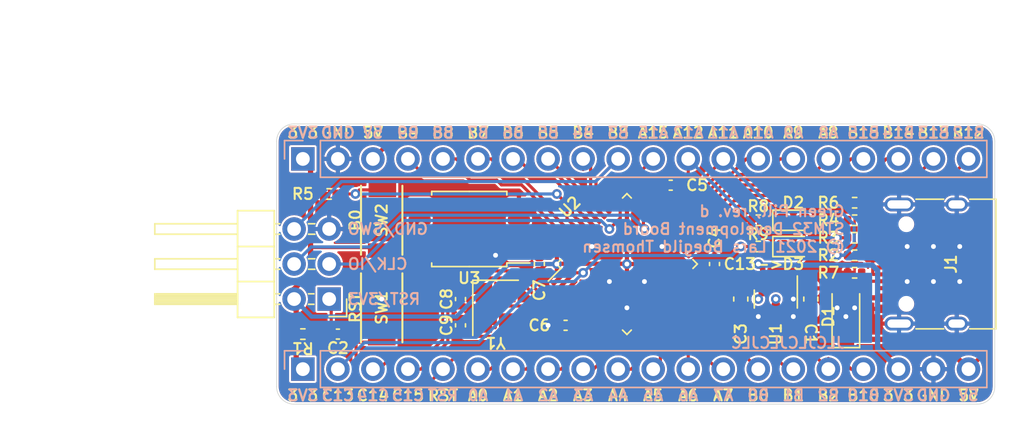
<source format=kicad_pcb>
(kicad_pcb (version 20211014) (generator pcbnew)
  (title_block (title "Green Pill") (rev "d") (company "Lars Boegild Thomsen") (comment 1 "STM32 Development Board") (comment 2 "lbthomsen@gmail.com"))
  (layers (0 "F.Cu" signal) (31 "B.Cu" signal) (34 "B.Paste" user) (35 "F.Paste" user) (36 "B.SilkS" user "B.Silkscreen") (37 "F.SilkS" user "F.Silkscreen") (38 "B.Mask" user) (39 "F.Mask" user) (44 "Edge.Cuts" user))
  (net 0 "")
  (net 1 "GND")
  (net 2 "VBUS")
  (net 3 "+3V3")
  (net 4 "C15")
  (net 5 "C14")
  (net 6 "C13")
  (net 7 "B9")
  (net 8 "B8")
  (net 9 "B0")
  (net 10 "B7")
  (net 11 "B6")
  (net 12 "B5")
  (net 13 "B3")
  (net 14 "A15")
  (net 15 "A12")
  (net 16 "A11")
  (net 17 "A10")
  (net 18 "A9")
  (net 19 "A8")
  (net 20 "B15")
  (net 21 "B14")
  (net 22 "B13")
  (net 23 "B12")
  (net 24 "B10")
  (net 25 "B1")
  (net 26 "A7")
  (net 27 "A6")
  (net 28 "A5")
  (net 29 "A4")
  (net 30 "A3")
  (net 31 "A2")
  (net 32 "A1")
  (net 33 "A0")
  (net 34 "BO0")
  (net 35 "B4")
  (net 36 "SWCLK")
  (net 37 "SWDIO")
  (net 38 "RST")
  (net 39 "Net-(D2-Pad1)")
  (net 40 "Net-(D3-Pad1)")
  (net 41 "Net-(J1-PadB8)")
  (net 42 "Net-(J1-PadA5)")
  (net 43 "Net-(J1-PadA8)")
  (net 44 "Net-(J1-PadB5)")
  (net 45 "+5V")
  (net 46 "Net-(J1-PadA7)")
  (net 47 "Net-(J1-PadA6)")
  (net 48 "B2")
  (net 49 "Net-(C8-Pad1)")
  (net 50 "Net-(C9-Pad1)")
  (net 51 "Net-(U2-Pad22)")
  (net 52 "Net-(U3-Pad7)")
  (net 53 "Net-(U3-Pad3)")
  (footprint "Capacitor_SMD:C_0603_1608Metric" (layer "F.Cu") (at 190.5 104.14 90)
    (fp_text reference "C1")
    (fp_text value "10uF")
  )
  (footprint "LED_SMD:LED_0603_1608Metric" (layer "F.Cu") (at 189.23 98.425)
    (fp_text reference "D2")
    (fp_text value "GRE")
  )
  (footprint "Resistor_SMD:R_0402_1005Metric" (layer "F.Cu") (at 153.67 106.68)
    (fp_text reference "R1")
    (fp_text value "10k")
  )
  (footprint "Resistor_SMD:R_0402_1005Metric" (layer "F.Cu") (at 186.69 100.33 180)
    (fp_text reference "R9")
    (fp_text value "220")
  )
  (footprint "Capacitor_SMD:C_0402_1005Metric" (layer "F.Cu") (at 165.1 104.14 -90)
    (fp_text reference "C8")
    (fp_text value "20pF")
  )
  (footprint "Capacitor_SMD:C_0402_1005Metric" (layer "F.Cu") (at 165.1 106.045 90)
    (fp_text reference "C9")
    (fp_text value "20pF")
  )
  (footprint "Capacitor_SMD:C_0603_1608Metric" (layer "F.Cu") (at 185.42 104.14 -90)
    (fp_text reference "C3")
    (fp_text value "10uF")
  )
  (footprint "LED_SMD:LED_0603_1608Metric" (layer "F.Cu") (at 189.23 100.33)
    (fp_text reference "D3")
    (fp_text value "BLUE")
  )
  (footprint "Resistor_SMD:R_0402_1005Metric" (layer "F.Cu") (at 193.675 102.235 180)
    (fp_text reference "R7")
    (fp_text value "5.1k")
  )
  (footprint "Package_TO_SOT_SMD:SOT-23" (layer "F.Cu") (at 187.96 104.14 -90)
    (fp_text reference "U1")
    (fp_text value "XC6206P332MR")
  )
  (footprint "Capacitor_SMD:C_0402_1005Metric" (layer "F.Cu") (at 170.815 101.6 90)
    (fp_text reference "C7")
    (fp_text value "100nF")
  )
  (footprint "Resistor_SMD:R_0402_1005Metric" (layer "F.Cu") (at 193.675 100.965 180)
    (fp_text reference "R2")
    (fp_text value "22R")
  )
  (footprint "Resistor_SMD:R_0402_1005Metric" (layer "F.Cu") (at 193.675 98.425 180)
    (fp_text reference "R4")
    (fp_text value "1.5k")
  )
  (footprint "Resistor_SMD:R_0402_1005Metric" (layer "F.Cu") (at 193.675 99.695 180)
    (fp_text reference "R3")
    (fp_text value "22R")
  )
  (footprint "Resistor_SMD:R_0402_1005Metric" (layer "F.Cu") (at 186.69 98.425 180)
    (fp_text reference "R8")
    (fp_text value "220")
  )
  (footprint "Capacitor_SMD:C_0402_1005Metric" (layer "F.Cu") (at 183.515 101.6 90)
    (fp_text reference "C4")
    (fp_text value "100nF")
  )
  (footprint "Connector_PinHeader_2.54mm:PinHeader_2x03_P2.54mm_Horizontal" (layer "F.Cu") (at 155.575 104.14 180)
    (fp_text reference "J2" hide)
    (fp_text value "~")
  )
  (footprint "Capacitor_SMD:C_0402_1005Metric" (layer "F.Cu") (at 172.72 106.045 180)
    (fp_text reference "C6")
    (fp_text value "100nF")
  )
  (footprint "Capacitor_SMD:C_0402_1005Metric" (layer "F.Cu") (at 156.21 106.68)
    (fp_text reference "C2")
    (fp_text value "100nF")
  )
  (footprint "greenpill:USB_C_Receptacle_HRO_TYPE-C-31-M-12" (layer "F.Cu") (at 200.025 101.6 90)
    (fp_text reference "J1")
    (fp_text value "USB-C")
  )
  (footprint "Diode_SMD:D_SOD-123" (layer "F.Cu") (at 193.04 105.41 90)
    (fp_text reference "D1")
    (fp_text value "~")
  )
  (footprint "Package_QFP:LQFP-48_7x7mm_P0.5mm" (layer "F.Cu") (at 177.165 101.6 45)
    (fp_text reference "U2")
    (fp_text value "STM32F103CBT6")
  )
  (footprint "Capacitor_SMD:C_0402_1005Metric" (layer "F.Cu") (at 180.34 95.885)
    (fp_text reference "C5")
    (fp_text value "100nF")
  )
  (footprint "Resistor_SMD:R_0402_1005Metric" (layer "F.Cu") (at 193.675 97.155 180)
    (fp_text reference "R6")
    (fp_text value "5.1k")
  )
  (footprint "greenpill:TS-1088R-02526" (layer "F.Cu") (at 159.385 98.425 -90)
    (fp_text reference "SW2")
    (fp_text value "TS-1088R-02526")
  )
  (footprint "greenpill:TS-1088R-02526" (layer "F.Cu") (at 159.385 104.775 -90)
    (fp_text reference "SW1")
    (fp_text value "TS-1088R-02526")
  )
  (footprint "Package_SO:SOIC-8_5.23x5.23mm_P1.27mm" (layer "F.Cu") (at 165.735 99.06 180)
    (fp_text reference "U3")
    (fp_text value "W25Q32JVSS")
  )
  (footprint "Resistor_SMD:R_0402_1005Metric" (layer "F.Cu") (at 155.575 96.52 180)
    (fp_text reference "R5")
    (fp_text value "10k")
  )
  (footprint "Crystal:Crystal_SMD_3225-4Pin_3.2x2.5mm" (layer "F.Cu") (at 167.64 104.775 -90)
    (fp_text reference "Y1")
    (fp_text value "16Mhz")
  )
  (footprint "Connector_PinHeader_2.54mm:PinHeader_1x20_P2.54mm_Vertical" (layer "B.Cu") (at 153.67 93.98 -90)
    (fp_text reference "J4" hide)
    (fp_text value "~")
  )
  (footprint "Connector_PinHeader_2.54mm:PinHeader_1x20_P2.54mm_Vertical" (layer "B.Cu") (at 153.67 109.22 -90)
    (fp_text reference "J3" hide)
    (fp_text value "~")
  )
  (gr_line (start 151.765 110.49) (end 151.765 92.71) (layer "Edge.Cuts") (width 0.05))
  (gr_line (start 203.835 92.71) (end 203.835 110.49) (layer "Edge.Cuts") (width 0.05))
  (gr_arc (start 202.565 91.44) (mid 203.463026 91.811974) (end 203.835 92.71) (layer "Edge.Cuts") (width 0.05))
  (gr_arc (start 151.765 92.71) (mid 152.136974 91.811974) (end 153.035 91.44) (layer "Edge.Cuts") (width 0.05))
  (gr_arc (start 203.835 110.49) (mid 203.463026 111.388026) (end 202.565 111.76) (layer "Edge.Cuts") (width 0.05))
  (gr_arc (start 153.035 111.76) (mid 152.136974 111.388026) (end 151.765 110.49) (layer "Edge.Cuts") (width 0.05))
  (gr_line (start 153.035 91.44) (end 202.565 91.44) (layer "Edge.Cuts") (width 0.05))
  (gr_line (start 202.565 111.76) (end 153.035 111.76) (layer "Edge.Cuts") (width 0.05))
  (gr_text "B13" (at 199.39 92.075) (layer "B.SilkS") (effects (font (size 0.8 0.8)) (justify mirror)))
  (gr_text "B14" (at 196.85 92.075) (layer "B.SilkS") (effects (font (size 0.8 0.8)) (justify mirror)))
  (gr_text "B15" (at 194.31 92.075) (layer "B.SilkS") (effects (font (size 0.8 0.8)) (justify mirror)))
  (gr_text "A8" (at 191.77 92.075) (layer "B.SilkS") (effects (font (size 0.8 0.8)) (justify mirror)))
  (gr_text "A9" (at 189.23 92.075) (layer "B.SilkS") (effects (font (size 0.8 0.8)) (justify mirror)))
  (gr_text "A10" (at 186.69 92.075) (layer "B.SilkS") (effects (font (size 0.8 0.8)) (justify mirror)))
  (gr_text "A11" (at 184.15 92.075) (layer "B.SilkS") (effects (font (size 0.8 0.8)) (justify mirror)))
  (gr_text "A12" (at 181.61 92.075) (layer "B.SilkS") (effects (font (size 0.8 0.8)) (justify mirror)))
  (gr_text "A15" (at 179.07 92.075) (layer "B.SilkS") (effects (font (size 0.8 0.8)) (justify mirror)))
  (gr_text "B3" (at 176.53 92.075) (layer "B.SilkS") (effects (font (size 0.8 0.8)) (justify mirror)))
  (gr_text "B4" (at 173.99 92.075) (layer "B.SilkS") (effects (font (size 0.8 0.8)) (justify mirror)))
  (gr_text "B5" (at 171.45 92.075) (layer "B.SilkS") (effects (font (size 0.8 0.8)) (justify mirror)))
  (gr_text "B6" (at 168.91 92.075) (layer "B.SilkS") (effects (font (size 0.8 0.8)) (justify mirror)))
  (gr_text "B7" (at 166.37 92.075) (layer "B.SilkS") (effects (font (size 0.8 0.8)) (justify mirror)))
  (gr_text "B8" (at 163.83 92.075) (layer "B.SilkS") (effects (font (size 0.8 0.8)) (justify mirror)))
  (gr_text "B9" (at 161.29 92.075) (layer "B.SilkS") (effects (font (size 0.8 0.8)) (justify mirror)))
  (gr_text "5V" (at 158.75 92.075) (layer "B.SilkS") (effects (font (size 0.8 0.8)) (justify mirror)))
  (gr_text "GND" (at 156.21 92.075) (layer "B.SilkS") (effects (font (size 0.8 0.8)) (justify mirror)))
  (gr_text "3V3" (at 153.67 92.075) (layer "B.SilkS") (effects (font (size 0.8 0.8)) (justify mirror)))
  (gr_text "GND" (at 199.39 111.125) (layer "B.SilkS") (effects (font (size 0.8 0.8)) (justify mirror)))
  (gr_text "5V" (at 201.93 111.125) (layer "B.SilkS") (effects (font (size 0.8 0.8)) (justify mirror)))
  (gr_text "3V3" (at 196.85 111.125) (layer "B.SilkS") (effects (font (size 0.8 0.8)) (justify mirror)))
  (gr_text "RST" (at 163.83 111.125) (layer "B.SilkS") (effects (font (size 0.8 0.8)) (justify mirror)))
  (gr_text "B10" (at 194.31 111.125) (layer "B.SilkS") (effects (font (size 0.8 0.8)) (justify mirror)))
  (gr_text "B2" (at 191.77 111.125) (layer "B.SilkS") (effects (font (size 0.8 0.8)) (justify mirror)))
  (gr_text "B1" (at 189.23 111.125) (layer "B.SilkS") (effects (font (size 0.8 0.8)) (justify mirror)))
  (gr_text "B0" (at 186.69 111.125) (layer "B.SilkS") (effects (font (size 0.8 0.8)) (justify mirror)))
  (gr_text "A7" (at 184.15 111.125) (layer "B.SilkS") (effects (font (size 0.8 0.8)) (justify mirror)))
  (gr_text "A6" (at 181.61 111.125) (layer "B.SilkS") (effects (font (size 0.8 0.8)) (justify mirror)))
  (gr_text "A5" (at 179.07 111.125) (layer "B.SilkS") (effects (font (size 0.8 0.8)) (justify mirror)))
  (gr_text "A4" (at 176.53 111.125) (layer "B.SilkS") (effects (font (size 0.8 0.8)) (justify mirror)))
  (gr_text "A3" (at 173.99 111.125) (layer "B.SilkS") (effects (font (size 0.8 0.8)) (justify mirror)))
  (gr_text "A2" (at 171.45 111.125) (layer "B.SilkS") (effects (font (size 0.8 0.8)) (justify mirror)))
  (gr_text "A1" (at 168.91 111.125) (layer "B.SilkS") (effects (font (size 0.8 0.8)) (justify mirror)))
  (gr_text "A0" (at 166.37 111.125) (layer "B.SilkS") (effects (font (size 0.8 0.8)) (justify mirror)))
  (gr_text "C15" (at 161.29 111.125) (layer "B.SilkS") (effects (font (size 0.8 0.8)) (justify mirror)))
  (gr_text "C14" (at 158.75 111.125) (layer "B.SilkS") (effects (font (size 0.8 0.8)) (justify mirror)))
  (gr_text "C13" (at 156.21 111.125) (layer "B.SilkS") (effects (font (size 0.8 0.8)) (justify mirror)))
  (gr_text "3V3" (at 153.67 111.125) (layer "B.SilkS") (effects (font (size 0.8 0.8)) (justify mirror)))
  (gr_text "CLK/IO" (at 156.845 101.6) (layer "B.SilkS") (effects (font (size 0.8 0.8)) (justify right mirror)))
  (gr_text "RST/3V3" (at 156.845 104.14) (layer "B.SilkS") (effects (font (size 0.8 0.8)) (justify right mirror)))
  (gr_text "GND/SWO" (at 156.845 99.06) (layer "B.SilkS") (effects (font (size 0.8 0.8)) (justify right mirror)))
  (gr_text "Green Pill, rev. d\nSTM32 Development Board\n© 2021 Lars Boegild Thomsen" (at 193.04 99.06) (layer "B.SilkS") (effects (font (size 0.8 0.8)) (justify left mirror)))
  (gr_text "JLCJLCJLCJLC" (at 193.04 107.315) (layer "B.SilkS") (effects (font (size 0.8 0.8)) (justify left mirror)))
  (gr_text "B12" (at 201.93 92.075) (layer "B.SilkS") (effects (font (size 0.8 0.8)) (justify mirror)))
  (gr_text "B15" (at 194.31 92.075) (layer "F.SilkS") (effects (font (size 0.8 0.8))))
  (gr_text "B14" (at 196.85 92.075) (layer "F.SilkS") (effects (font (size 0.8 0.8))))
  (gr_text "B13" (at 199.39 92.075) (layer "F.SilkS") (effects (font (size 0.8 0.8))))
  (gr_text "B12" (at 201.93 92.075) (layer "F.SilkS") (effects (font (size 0.8 0.8))))
  (gr_text "A9" (at 189.23 92.075) (layer "F.SilkS") (effects (font (size 0.8 0.8))))
  (gr_text "A10" (at 186.69 92.075) (layer "F.SilkS") (effects (font (size 0.8 0.8))))
  (gr_text "A11" (at 184.15 92.075) (layer "F.SilkS") (effects (font (size 0.8 0.8))))
  (gr_text "A12" (at 181.61 92.075) (layer "F.SilkS") (effects (font (size 0.8 0.8))))
  (gr_text "A15" (at 179.07 92.075) (layer "F.SilkS") (effects (font (size 0.8 0.8))))
  (gr_text "B3" (at 176.53 92.075) (layer "F.SilkS") (effects (font (size 0.8 0.8))))
  (gr_text "B4" (at 173.99 92.075) (layer "F.SilkS") (effects (font (size 0.8 0.8))))
  (gr_text "B5" (at 171.45 92.075) (layer "F.SilkS") (effects (font (size 0.8 0.8))))
  (gr_text "B6" (at 168.91 92.075) (layer "F.SilkS") (effects (font (size 0.8 0.8))))
  (gr_text "B7" (at 166.37 92.075) (layer "F.SilkS") (effects (font (size 0.8 0.8))))
  (gr_text "B8" (at 163.83 92.075) (layer "F.SilkS") (effects (font (size 0.8 0.8))))
  (gr_text "B9" (at 161.29 92.075) (layer "F.SilkS") (effects (font (size 0.8 0.8))))
  (gr_text "3V3" (at 153.67 111.125) (layer "F.SilkS") (effects (font (size 0.8 0.8))))
  (gr_text "C13" (at 156.21 111.125) (layer "F.SilkS") (effects (font (size 0.8 0.8))))
  (gr_text "C14" (at 158.75 111.125) (layer "F.SilkS") (effects (font (size 0.8 0.8))))
  (gr_text "C15" (at 161.29 111.125) (layer "F.SilkS") (effects (font (size 0.8 0.8))))
  (gr_text "A0" (at 166.37 111.125) (layer "F.SilkS") (effects (font (size 0.8 0.8))))
  (gr_text "A1" (at 168.91 111.125) (layer "F.SilkS") (effects (font (size 0.8 0.8))))
  (gr_text "A3" (at 173.99 111.125) (layer "F.SilkS") (effects (font (size 0.8 0.8))))
  (gr_text "A4" (at 176.53 111.125) (layer "F.SilkS") (effects (font (size 0.8 0.8))))
  (gr_text "A5" (at 179.07 111.125) (layer "F.SilkS") (effects (font (size 0.8 0.8))))
  (gr_text "A6" (at 181.61 111.125) (layer "F.SilkS") (effects (font (size 0.8 0.8))))
  (gr_text "A7" (at 184.15 111.125) (layer "F.SilkS") (effects (font (size 0.8 0.8))))
  (gr_text "B0" (at 186.69 111.125) (layer "F.SilkS") (effects (font (size 0.8 0.8))))
  (gr_text "B1" (at 189.23 111.125) (layer "F.SilkS") (effects (font (size 0.8 0.8))))
  (gr_text "B2" (at 191.77 111.125) (layer "F.SilkS") (effects (font (size 0.8 0.8))))
  (gr_text "B10" (at 194.31 111.125) (layer "F.SilkS") (effects (font (size 0.8 0.8))))
  (gr_text "RST" (at 163.83 111.125) (layer "F.SilkS") (effects (font (size 0.8 0.8))))
  (gr_text "3V3" (at 196.85 111.125) (layer "F.SilkS") (effects (font (size 0.8 0.8))))
  (gr_text "5V" (at 201.93 111.125) (layer "F.SilkS") (effects (font (size 0.8 0.8))))
  (gr_text "GND" (at 199.39 111.125) (layer "F.SilkS") (effects (font (size 0.8 0.8))))
  (gr_text "5V" (at 158.75 92.075) (layer "F.SilkS") (effects (font (size 0.8 0.8))))
  (gr_text "GND" (at 156.21 92.075) (layer "F.SilkS") (effects (font (size 0.8 0.8))))
  (gr_text "3V3" (at 153.67 92.075) (layer "F.SilkS") (effects (font (size 0.8 0.8))))
  (gr_text "A2" (at 171.45 111.125) (layer "F.SilkS") (effects (font (size 0.8 0.8))))
  (gr_text "RST" (at 157.48 104.775 90) (layer "F.SilkS") (effects (font (size 0.8 0.8))))
  (gr_text "C13->" (at 188.595 101.6) (layer "F.SilkS") (effects (font (size 0.8 0.8)) (justify right)))
  (gr_text "B0" (at 157.48 98.425 90) (layer "F.SilkS") (effects (font (size 0.8 0.8))))
  (gr_text "A8" (at 191.77 92.075) (layer "F.SilkS") (effects (font (size 0.8 0.8))))
  (via (at 186.69 105.41) (size 0.7) (drill 0.35) (layers "F.Cu" "B.Cu") (net 1))
  (via (at 199.39 102.87) (size 0.7) (drill 0.35) (layers "F.Cu" "B.Cu") (net 1))
  (via (at 201.295 102.87) (size 0.7) (drill 0.35) (layers "F.Cu" "B.Cu") (net 1))
  (via locked (at 197.485 100.33) (size 0.7) (drill 0.35) (layers "F.Cu" "B.Cu") (net 1))
  (via locked (at 179.705 100.33) (size 0.7) (drill 0.35) (layers "F.Cu" "B.Cu") (net 1))
  (via (at 159.385 104.14) (size 0.7) (drill 0.35) (layers "F.Cu" "B.Cu") (net 1))
  (via locked (at 197.485 102.87) (size 0.7) (drill 0.35) (layers "F.Cu" "B.Cu") (net 1))
  (via locked (at 175.895 102.87) (size 0.7) (drill 0.35) (layers "F.Cu" "B.Cu") (net 1))
  (via locked (at 171.45 106.045) (size 0.7) (drill 0.35) (layers "F.Cu" "B.Cu") (net 1))
  (via (at 167.64 100.965) (size 0.7) (drill 0.35) (layers "F.Cu" "B.Cu") (net 1))
  (via (at 201.295 100.33) (size 0.7) (drill 0.35) (layers "F.Cu" "B.Cu") (net 1))
  (via (at 199.39 100.33) (size 0.7) (drill 0.35) (layers "F.Cu" "B.Cu") (net 1))
  (via locked (at 174.625 100.33) (size 0.7) (drill 0.35) (layers "F.Cu" "B.Cu") (net 1))
  (via (at 177.165 104.775) (size 0.7) (drill 0.35) (layers "F.Cu" "B.Cu") (net 1))
  (via locked (at 178.435 102.87) (size 0.7) (drill 0.35) (layers "F.Cu" "B.Cu") (net 1))
  (via (at 189.23 105.41) (size 0.7) (drill 0.35) (layers "F.Cu" "B.Cu") (net 1))
  (via (at 189.23 104.14) (size 0.7) (drill 0.35) (layers "F.Cu" "B.Cu") (net 1))
  (segment (start 197.259321 99.637099) (end 196.772222 99.15) (width 0.381) (layer "F.Cu") (net 2))
  (segment (start 196.772222 99.15) (end 195.98 99.15) (width 0.381) (layer "F.Cu") (net 2))
  (segment (start 197.817593 103.562901) (end 198.28 103.100494) (width 0.381) (layer "F.Cu") (net 2))
  (segment (start 195.98 104.05) (end 193.33 104.05) (width 0.381) (layer "F.Cu") (net 2))
  (segment (start 198.28 100.099506) (end 197.817593 99.637099) (width 0.381) (layer "F.Cu") (net 2))
  (segment (start 198.28 103.100494) (end 198.28 100.099506) (width 0.381) (layer "F.Cu") (net 2))
  (segment (start 195.98 104.05) (end 196.772222 104.05) (width 0.381) (layer "F.Cu") (net 2))
  (segment (start 197.259321 103.562901) (end 197.817593 103.562901) (width 0.381) (layer "F.Cu") (net 2))
  (segment (start 196.772222 104.05) (end 197.259321 103.562901) (width 0.381) (layer "F.Cu") (net 2))
  (segment (start 197.817593 99.637099) (end 197.259321 99.637099) (width 0.381) (layer "F.Cu") (net 2))
  (segment (start 193.33 104.05) (end 193.04 103.76) (width 0.381) (layer "F.Cu") (net 2))
  (via (at 192.405 104.775) (size 0.7) (drill 0.35) (layers "F.Cu" "B.Cu") (net 2))
  (via (at 193.04 105.41) (size 0.7) (drill 0.35) (layers "F.Cu" "B.Cu") (net 2))
  (via (at 193.675 104.775) (size 0.7) (drill 0.35) (layers "F.Cu" "B.Cu") (net 2))
  (segment (start 172.085 101.6) (end 172.085 102.406664) (width 0.3048) (layer "F.Cu") (net 3))
  (segment (start 172.277124 100.601212) (end 172.317124 100.601212) (width 0.3048) (layer "F.Cu") (net 3))
  (segment (start 187.01 101.92) (end 186.69 101.6) (width 0.381) (layer "F.Cu") (net 3))
  (segment (start 172.085 102.406664) (end 172.277124 102.598788) (width 0.3048) (layer "F.Cu") (net 3))
  (segment (start 172.085 101.6) (end 171.3 101.6) (width 0.3048) (layer "F.Cu") (net 3))
  (segment (start 177.165 97.710912) (end 178.163788 96.712124) (width 0.3048) (layer "F.Cu") (net 3))
  (segment (start 173.205 106.045) (end 174.487766 106.045) (width 0.2286) (layer "F.Cu") (net 3))
  (segment (start 154.227901 94.537901) (end 153.67 93.98) (width 0.381) (layer "F.Cu") (net 3))
  (segment (start 153.185 106.68) (end 153.185 108.735) (width 0.381) (layer "F.Cu") (net 3))
  (segment (start 154.227901 102.222099) (end 154.227901 100.407099) (width 0.381) (layer "F.Cu") (net 3))
  (segment (start 153.035 104.14) (end 153.035 103.415) (width 0.381) (layer "F.Cu") (net 3))
  (segment (start 154.227901 100.407099) (end 154.227901 94.537901) (width 0.381) (layer "F.Cu") (net 3))
  (segment (start 153.035 103.415) (end 154.227901 102.222099) (width 0.381) (layer "F.Cu") (net 3))
  (segment (start 178.990912 95.885) (end 178.163788 96.712124) (width 0.3048) (layer "F.Cu") (net 3))
  (segment (start 182.806588 103.3525) (end 182.052876 102.598788) (width 0.3048) (layer "F.Cu") (net 3))
  (segment (start 177.165 103.367766) (end 175.105551 105.427215) (width 0.3048) (layer "F.Cu") (net 3))
  (segment (start 177.165 101.6) (end 177.165 97.710912) (width 0.3048) (layer "F.Cu") (net 3))
  (segment (start 193.165 98.425) (end 190.0175 98.425) (width 0.2286) (layer "F.Cu") (net 3))
  (segment (start 190.0175 98.425) (end 190.0175 100.33) (width 0.2286) (layer "F.Cu") (net 3))
  (segment (start 183.515 102.085) (end 182.566664 102.085) (width 0.3048) (layer "F.Cu") (net 3))
  (segment (start 189.5 101.6) (end 190.0175 101.0825) (width 0.2286) (layer "F.Cu") (net 3))
  (segment (start 172.105 101.58) (end 177.145 101.58) (width 0.3048) (layer "F.Cu") (net 3))
  (segment (start 172.085 101.6) (end 172.085 100.793336) (width 0.3048) (layer "F.Cu") (net 3))
  (segment (start 177.145 101.58) (end 177.165 101.6) (width 0.3048) (layer "F.Cu") (net 3))
  (segment (start 177.165 101.6) (end 177.165 103.367766) (width 0.3048) (layer "F.Cu") (net 3))
  (segment (start 187.01 103.14) (end 187.01 101.92) (width 0.381) (layer "F.Cu") (net 3))
  (segment (start 174.487766 106.045) (end 175.105551 105.427215) (width 0.2286) (layer "F.Cu") (net 3))
  (segment (start 153.185 108.735) (end 153.67 109.22) (width 0.381) (layer "F.Cu") (net 3))
  (segment (start 154.227901 100.407099) (end 159.167099 100.407099) (width 0.2286) (layer "F.Cu") (net 3))
  (segment (start 179.855 95.885) (end 178.990912 95.885) (width 0.3048) (layer "F.Cu") (net 3))
  (segment (start 186.69 101.6) (end 189.5 101.6) (width 0.2286) (layer "F.Cu") (net 3))
  (segment (start 185.6325 103.14) (end 185.42 103.3525) (width 0.381) (layer "F.Cu") (net 3))
  (segment (start 182.052876 102.598788) (end 181.054088 101.6) (width 0.3048) (layer "F.Cu") (net 3))
  (segment (start 181.054088 101.6) (end 177.165 101.6) (width 0.3048) (layer "F.Cu") (net 3))
  (segment (start 172.085 100.793336) (end 172.277124 100.601212) (width 0.3048) (layer "F.Cu") (net 3))
  (segment (start 171.3 101.6) (end 170.815 102.085) (width 0.3048) (layer "F.Cu") (net 3))
  (segment (start 172.105 101.58) (end 172.085 101.6) (width 0.3048) (layer "F.Cu") (net 3))
  (segment (start 153.185 106.68) (end 153.185 104.29) (width 0.381) (layer "F.Cu") (net 3))
  (segment (start 187.01 103.14) (end 185.6325 103.14) (width 0.381) (layer "F.Cu") (net 3))
  (segment (start 153.185 104.29) (end 153.035 104.14) (width 0.381) (layer "F.Cu") (net 3))
  (segment (start 159.167099 100.407099) (end 159.385 100.625) (width 0.2286) (layer "F.Cu") (net 3))
  (segment (start 190.0175 101.0825) (end 190.0175 100.33) (width 0.2286) (layer "F.Cu") (net 3))
  (segment (start 182.566664 102.085) (end 182.052876 102.598788) (width 0.3048) (layer "F.Cu") (net 3))
  (segment (start 185.42 103.3525) (end 182.806588 103.3525) (width 0.3048) (layer "F.Cu") (net 3))
  (via locked (at 172.085 101.6) (size 0.7) (drill 0.35) (layers "F.Cu" "B.Cu") (net 3))
  (via (at 186.69 101.6) (size 0.7) (drill 0.35) (layers "F.Cu" "B.Cu") (net 3))
  (via (at 186.69 104.14) (size 0.7) (drill 0.35) (layers "F.Cu" "B.Cu") (net 3))
  (via locked (at 177.165 101.6) (size 0.7) (drill 0.35) (layers "F.Cu" "B.Cu") (net 3))
  (segment (start 154.305 105.41) (end 153.035 104.14) (width 0.3048) (layer "B.Cu") (net 3))
  (segment (start 186.69 101.6) (end 186.77 101.68) (width 0.381) (layer "B.Cu") (net 3))
  (segment (start 195.34 107.71) (end 196.85 109.22) (width 0.381) (layer "B.Cu") (net 3))
  (segment (start 194.95 101.68) (end 195.34 102.07) (width 0.381) (layer "B.Cu") (net 3))
  (segment (start 172.085 101.6) (end 168.609106 101.6) (width 0.3048) (layer "B.Cu") (net 3))
  (segment (start 164.799106 105.41) (end 161.29 105.41) (width 0.3048) (layer "B.Cu") (net 3))
  (segment (start 161.29 105.41) (end 154.305 105.41) (width 0.3048) (layer "B.Cu") (net 3))
  (segment (start 195.34 102.07) (end 195.34 107.71) (width 0.381) (layer "B.Cu") (net 3))
  (segment (start 186.77 101.68) (end 194.95 101.68) (width 0.381) (layer "B.Cu") (net 3))
  (segment (start 168.609106 101.6) (end 164.799106 105.41) (width 0.3048) (layer "B.Cu") (net 3))
  (segment (start 164.802379 102.611011) (end 164.180511 103.232879) (width 0.2286) (layer "F.Cu") (net 4))
  (segment (start 164.180511 103.232879) (end 164.180511 107.257612) (width 0.2286) (layer "F.Cu") (net 4))
  (segment (start 162.218123 109.22) (end 161.29 109.22) (width 0.2286) (layer "F.Cu") (net 4))
  (segment (start 173.337785 103.659449) (end 172.80068 104.196554) (width 0.2286) (layer "F.Cu") (net 4))
  (segment (start 172.80068 104.196554) (end 170.791616 104.196554) (width 0.2286) (layer "F.Cu") (net 4))
  (segment (start 164.180511 107.257612) (end 162.218123 109.22) (width 0.2286) (layer "F.Cu") (net 4))
  (segment (start 169.206073 102.611011) (end 164.802379 102.611011) (width 0.2286) (layer "F.Cu") (net 4))
  (segment (start 170.791616 104.196554) (end 169.206073 102.611011) (width 0.2286) (layer "F.Cu") (net 4))
  (segment (start 159.197422 109.22) (end 158.75 109.22) (width 0.2286) (layer "F.Cu") (net 5))
  (segment (start 160.317422 108.1) (end 159.197422 109.22) (width 0.2286) (layer "F.Cu") (net 5))
  (segment (start 163.8 107.1) (end 162.8 108.1) (width 0.2286) (layer "F.Cu") (net 5))
  (segment (start 170.949433 103.815543) (end 169.231171 102.09728) (width 0.2286) (layer "F.Cu") (net 5))
  (segment (start 172.984231 103.305895) (end 172.474583 103.815543) (width 0.2286) (layer "F.Cu") (net 5))
  (segment (start 172.474583 103.815543) (end 170.949433 103.815543) (width 0.2286) (layer "F.Cu") (net 5))
  (segment (start 164.77728 102.09728) (end 163.8 103.07456) (width 0.2286) (layer "F.Cu") (net 5))
  (segment (start 163.8 103.07456) (end 163.8 107.1) (width 0.2286) (layer "F.Cu") (net 5))
  (segment (start 162.8 108.1) (end 160.317422 108.1) (width 0.2286) (layer "F.Cu") (net 5))
  (segment (start 169.231171 102.09728) (end 164.77728 102.09728) (width 0.2286) (layer "F.Cu") (net 5))
  (segment (start 173.34802 102.235) (end 173.99 102.235) (width 0.2286) (layer "F.Cu") (net 6))
  (segment (start 186.205 100.33) (end 185.42 100.33) (width 0.2286) (layer "F.Cu") (net 6))
  (segment (start 172.630678 102.952342) (end 173.34802 102.235) (width 0.2286) (layer "F.Cu") (net 6))
  (via locked (at 185.42 100.33) (size 0.7) (drill 0.35) (layers "F.Cu" "B.Cu") (net 6))
  (via locked (at 173.99 102.235) (size 0.7) (drill 0.35) (layers "F.Cu" "B.Cu") (net 6))
  (segment (start 170.833402 102.87) (end 166.406701 107.296701) (width 0.2286) (layer "B.Cu") (net 6))
  (segment (start 175.241701 100.983299) (end 184.766701 100.983299) (width 0.2286) (layer "B.Cu") (net 6))
  (segment (start 173.99 102.235) (end 175.241701 100.983299) (width 0.2286) (layer "B.Cu") (net 6))
  (segment (start 173.355 102.87) (end 173.99 102.235) (width 0.2286) (layer "B.Cu") (net 6))
  (segment (start 158.133299 107.296701) (end 156.21 109.22) (width 0.2286) (layer "B.Cu") (net 6))
  (segment (start 184.766701 100.983299) (end 185.42 100.33) (width 0.2286) (layer "B.Cu") (net 6))
  (segment (start 170.833402 102.87) (end 173.355 102.87) (width 0.2286) (layer "B.Cu") (net 6))
  (segment (start 158.133299 107.296701) (end 166.406701 107.296701) (width 0.2286) (layer "B.Cu") (net 6))
  (segment (start 168.070001 95.859999) (end 167.730002 95.52) (width 0.2286) (layer "F.Cu") (net 7))
  (segment (start 162.5 95.19) (end 161.29 93.98) (width 0.2286) (layer "F.Cu") (net 7))
  (segment (start 170.847563 97.187563) (end 169.519999 95.859999) (width 0.2286) (layer "F.Cu") (net 7))
  (segment (start 169.519999 95.859999) (end 168.070001 95.859999) (width 0.2286) (layer "F.Cu") (net 7))
  (segment (start 172.984231 99.894105) (end 170.847563 97.757437) (width 0.2286) (layer "F.Cu") (net 7))
  (segment (start 165.790002 95.52) (end 165.460002 95.19) (width 0.2286) (layer "F.Cu") (net 7))
  (segment (start 165.460002 95.19) (end 162.5 95.19) (width 0.2286) (layer "F.Cu") (net 7))
  (segment (start 167.730002 95.52) (end 165.790002 95.52) (width 0.2286) (layer "F.Cu") (net 7))
  (segment (start 170.847563 97.757437) (end 170.847563 97.187563) (width 0.2286) (layer "F.Cu") (net 7))
  (segment (start 165.917821 95.108989) (end 164.78883 93.98) (width 0.2286) (layer "F.Cu") (net 8))
  (segment (start 171.228574 97.029744) (end 169.677818 95.478988) (width 0.2286) (layer "F.Cu") (net 8))
  (segment (start 171.228574 97.43134) (end 171.228574 97.029744) (width 0.2286) (layer "F.Cu") (net 8))
  (segment (start 164.78883 93.98) (end 163.83 93.98) (width 0.2286) (layer "F.Cu") (net 8))
  (segment (start 167.907819 95.108989) (end 165.917821 95.108989) (width 0.2286) (layer "F.Cu") (net 8))
  (segment (start 168.277819 95.478989) (end 167.907819 95.108989) (width 0.2286) (layer "F.Cu") (net 8))
  (segment (start 173.337785 99.540551) (end 171.228574 97.43134) (width 0.2286) (layer "F.Cu") (net 8))
  (segment (start 169.677818 95.478988) (end 168.277819 95.478989) (width 0.2286) (layer "F.Cu") (net 8))
  (segment (start 179.931555 104.720109) (end 183.054479 107.843033) (width 0.2286) (layer "F.Cu") (net 9))
  (segment (start 183.054479 107.843033) (end 185.313033 107.843033) (width 0.2286) (layer "F.Cu") (net 9))
  (segment (start 185.313033 107.843033) (end 186.69 109.22) (width 0.2286) (layer "F.Cu") (net 9))
  (segment (start 171.920318 95.477978) (end 170.215638 95.477978) (width 0.2286) (layer "F.Cu") (net 10))
  (segment (start 169.835636 95.097978) (end 168.435638 95.097978) (width 0.2286) (layer "F.Cu") (net 10))
  (segment (start 174.044891 98.833445) (end 173.220723 98.009277) (width 0.2286) (layer "F.Cu") (net 10))
  (segment (start 168.435638 95.097978) (end 167.31766 93.98) (width 0.2286) (layer "F.Cu") (net 10))
  (segment (start 167.31766 93.98) (end 166.37 93.98) (width 0.2286) (layer "F.Cu") (net 10))
  (segment (start 173.220723 96.778383) (end 171.920318 95.477978) (width 0.2286) (layer "F.Cu") (net 10))
  (segment (start 170.215638 95.477978) (end 169.835636 95.097978) (width 0.2286) (layer "F.Cu") (net 10))
  (segment (start 173.220723 98.009277) (end 173.220723 96.778383) (width 0.2286) (layer "F.Cu") (net 10))
  (segment (start 174.398445 98.479891) (end 173.601734 97.68318) (width 0.2286) (layer "F.Cu") (net 11))
  (segment (start 173.601734 97.68318) (end 173.601734 96.620564) (width 0.2286) (layer "F.Cu") (net 11))
  (segment (start 172.078137 95.096967) (end 170.373456 95.096967) (width 0.2286) (layer "F.Cu") (net 11))
  (segment (start 169.256489 93.98) (end 168.91 93.98) (width 0.2286) (layer "F.Cu") (net 11))
  (segment (start 173.601734 96.620564) (end 172.078137 95.096967) (width 0.2286) (layer "F.Cu") (net 11))
  (segment (start 170.373456 95.096967) (end 169.256489 93.98) (width 0.2286) (layer "F.Cu") (net 11))
  (segment (start 171.45 93.98) (end 171.5 93.98) (width 0.2286) (layer "F.Cu") (net 12))
  (segment (start 173.982745 96.462745) (end 173.982745 97.357085) (width 0.2286) (layer "F.Cu") (net 12))
  (segment (start 171.45 93.98) (end 172.13532 93.98) (width 0.2286) (layer "F.Cu") (net 12))
  (segment (start 171.5 93.98) (end 173.982745 96.462745) (width 0.2286) (layer "F.Cu") (net 12))
  (segment (start 173.982745 97.357085) (end 174.751998 98.126338) (width 0.2286) (layer "F.Cu") (net 12))
  (segment (start 174.922 96.882126) (end 174.922 95.588) (width 0.2286) (layer "F.Cu") (net 13))
  (segment (start 175.459105 97.419231) (end 174.922 96.882126) (width 0.2286) (layer "F.Cu") (net 13))
  (segment (start 176.53 93.98) (end 176.53 94.615) (width 0.2286) (layer "F.Cu") (net 13))
  (segment (start 174.922 95.588) (end 176.53 93.98) (width 0.2286) (layer "F.Cu") (net 13))
  (segment (start 174.89 95.62) (end 156.475 95.62) (width 0.2286) (layer "B.Cu") (net 13))
  (segment (start 156.475 95.62) (end 153.035 99.06) (width 0.2286) (layer "B.Cu") (net 13))
  (segment (start 176.53 93.98) (end 174.89 95.62) (width 0.2286) (layer "B.Cu") (net 13))
  (segment (start 175.812658 97.065678) (end 175.812658 96.947888) (width 0.2286) (layer "F.Cu") (net 14))
  (segment (start 177.953299 95.096701) (end 179.07 93.98) (width 0.2286) (layer "F.Cu") (net 14))
  (segment (start 175.303011 96.155155) (end 176.361465 95.096701) (width 0.2286) (layer "F.Cu") (net 14))
  (segment (start 176.361465 95.096701) (end 177.953299 95.096701) (width 0.2286) (layer "F.Cu") (net 14))
  (segment (start 178.478011 94.571989) (end 179.07 93.98) (width 0.2286) (layer "F.Cu") (net 14))
  (segment (start 175.812658 96.947888) (end 175.303011 96.438241) (width 0.2286) (layer "F.Cu") (net 14))
  (segment (start 175.303011 96.438241) (end 175.303011 96.155155) (width 0.2286) (layer "F.Cu") (net 14))
  (segment (start 182.131026 93.98) (end 181.61 93.98) (width 0.2286) (layer "F.Cu") (net 15))
  (segment (start 181.144072 96.47171) (end 181.61 96.005782) (width 0.2286) (layer "F.Cu") (net 15))
  (segment (start 181.61 96.005782) (end 181.61 93.98) (width 0.2286) (layer "F.Cu") (net 15))
  (segment (start 193.19 99.695) (end 192.405 99.695) (width 0.2286) (layer "F.Cu") (net 15))
  (segment (start 179.224449 97.772785) (end 180.525524 96.47171) (width 0.2286) (layer "F.Cu") (net 15))
  (segment (start 181.61 93.98) (end 181.730782 93.98) (width 0.2286) (layer "F.Cu") (net 15))
  (segment (start 180.525524 96.47171) (end 181.144072 96.47171) (width 0.2286) (layer "F.Cu") (net 15))
  (via locked (at 192.405 99.695) (size 0.7) (drill 0.35) (layers "F.Cu" "B.Cu") (net 15))
  (segment (start 187.325 99.695) (end 181.61 93.98) (width 0.2286) (layer "B.Cu") (net 15))
  (segment (start 192.405 99.695) (end 187.325 99.695) (width 0.2286) (layer "B.Cu") (net 15))
  (segment (start 193.19 100.965) (end 192.405 100.965) (width 0.2286) (layer "F.Cu") (net 16))
  (segment (start 184.15 94.004612) (end 184.15 93.98) (width 0.2286) (layer "F.Cu") (net 16))
  (segment (start 181.301891 96.852721) (end 184.15 94.004612) (width 0.2286) (layer "F.Cu") (net 16))
  (segment (start 179.578002 98.126338) (end 180.851619 96.852721) (width 0.2286) (layer "F.Cu") (net 16))
  (segment (start 180.851619 96.852721) (end 181.301891 96.852721) (width 0.2286) (layer "F.Cu") (net 16))
  (segment (start 183.896 94.234) (end 184.15 93.98) (width 0.2286) (layer "F.Cu") (net 16))
  (via locked (at 192.405 100.965) (size 0.7) (drill 0.35) (layers "F.Cu" "B.Cu") (net 16))
  (segment (start 192.899974 100.965) (end 193.641011 100.223963) (width 0.2286) (layer "B.Cu") (net 16))
  (segment (start 193.641011 100.223963) (end 193.641011 98.748293) (width 0.2286) (layer "B.Cu") (net 16))
  (segment (start 192.701017 97.808299) (end 187.978299 97.808299) (width 0.2286) (layer "B.Cu") (net 16))
  (segment (start 192.405 100.965) (end 192.899974 100.965) (width 0.2286) (layer "B.Cu") (net 16))
  (segment (start 193.641011 98.748293) (end 192.701017 97.808299) (width 0.2286) (layer "B.Cu") (net 16))
  (segment (start 187.978299 97.808299) (end 184.15 93.98) (width 0.2286) (layer "B.Cu") (net 16))
  (segment (start 185.81702 93.98) (end 186.69 93.98) (width 0.2286) (layer "F.Cu") (net 17))
  (segment (start 181.173468 97.237978) (end 181.62781 97.237978) (width 0.2286) (layer "F.Cu") (net 17))
  (segment (start 184.700317 95.096701) (end 185.81702 93.98) (width 0.2286) (layer "F.Cu") (net 17))
  (segment (start 183.769087 95.096701) (end 184.700317 95.096701) (width 0.2286) (layer "F.Cu") (net 17))
  (segment (start 181.62781 97.237978) (end 183.769087 95.096701) (width 0.2286) (layer "F.Cu") (net 17))
  (segment (start 179.931555 98.479891) (end 181.173468 97.237978) (width 0.2286) (layer "F.Cu") (net 17))
  (segment (start 181.785629 97.618989) (end 183.926906 95.477712) (width 0.2286) (layer "F.Cu") (net 18))
  (segment (start 185.230904 95.104944) (end 187.150901 95.104944) (width 0.2286) (layer "F.Cu") (net 18))
  (segment (start 180.285109 98.833445) (end 181.499565 97.618989) (width 0.2286) (layer "F.Cu") (net 18))
  (segment (start 183.926906 95.477712) (end 184.858136 95.477712) (width 0.2286) (layer "F.Cu") (net 18))
  (segment (start 184.858136 95.477712) (end 185.230904 95.104944) (width 0.2286) (layer "F.Cu") (net 18))
  (segment (start 181.499565 97.618989) (end 181.785629 97.618989) (width 0.2286) (layer "F.Cu") (net 18))
  (segment (start 187.150901 95.104944) (end 188.27585 93.98) (width 0.2286) (layer "F.Cu") (net 18))
  (segment (start 188.27585 93.98) (end 189.23 93.98) (width 0.2286) (layer "F.Cu") (net 18))
  (segment (start 184.084725 95.858723) (end 185.015955 95.858723) (width 0.2286) (layer "F.Cu") (net 19))
  (segment (start 180.75645 99.186998) (end 184.084725 95.858723) (width 0.2286) (layer "F.Cu") (net 19))
  (segment (start 180.638662 99.186998) (end 180.75645 99.186998) (width 0.2286) (layer "F.Cu") (net 19))
  (segment (start 187.308721 95.485955) (end 187.678719 95.115958) (width 0.2286) (layer "F.Cu") (net 19))
  (segment (start 185.015955 95.858723) (end 185.388723 95.485955) (width 0.2286) (layer "F.Cu") (net 19))
  (segment (start 185.388723 95.485955) (end 187.308721 95.485955) (width 0.2286) (layer "F.Cu") (net 19))
  (segment (start 187.678719 95.115958) (end 190.634042 95.115958) (width 0.2286) (layer "F.Cu") (net 19))
  (segment (start 190.634042 95.115958) (end 191.77 93.98) (width 0.2286) (layer "F.Cu") (net 19))
  (segment (start 191.886221 95.496969) (end 193.403192 93.98) (width 0.2286) (layer "F.Cu") (net 20))
  (segment (start 193.403192 93.98) (end 194.31 93.98) (width 0.2286) (layer "F.Cu") (net 20))
  (segment (start 187.466541 95.866966) (end 187.836538 95.496969) (width 0.2286) (layer "F.Cu") (net 20))
  (segment (start 187.836538 95.496969) (end 191.886221 95.496969) (width 0.2286) (layer "F.Cu") (net 20))
  (segment (start 180.992215 99.540551) (end 184.293032 96.239734) (width 0.2286) (layer "F.Cu") (net 20))
  (segment (start 184.293032 96.239734) (end 185.173774 96.239734) (width 0.2286) (layer "F.Cu") (net 20))
  (segment (start 185.173774 96.239734) (end 185.546542 95.866966) (width 0.2286) (layer "F.Cu") (net 20))
  (segment (start 185.546542 95.866966) (end 187.466541 95.866966) (width 0.2286) (layer "F.Cu") (net 20))
  (segment (start 195.962718 93.98) (end 194.846017 95.0967) (width 0.2286) (layer "F.Cu") (net 21))
  (segment (start 192.04404 95.87798) (end 187.994357 95.87798) (width 0.2286) (layer "F.Cu") (net 21))
  (segment (start 194.846017 95.0967) (end 192.82532 95.0967) (width 0.2286) (layer "F.Cu") (net 21))
  (segment (start 185.331593 96.620745) (end 184.619129 96.620745) (width 0.2286) (layer "F.Cu") (net 21))
  (segment (start 196.85 93.98) (end 195.962718 93.98) (width 0.2286) (layer "F.Cu") (net 21))
  (segment (start 187.624358 96.247979) (end 185.704359 96.247979) (width 0.2286) (layer "F.Cu") (net 21))
  (segment (start 192.82532 95.0967) (end 192.04404 95.87798) (width 0.2286) (layer "F.Cu") (net 21))
  (segment (start 184.619129 96.620745) (end 181.345769 99.894105) (width 0.2286) (layer "F.Cu") (net 21))
  (segment (start 185.704359 96.247979) (end 185.331593 96.620745) (width 0.2286) (layer "F.Cu") (net 21))
  (segment (start 187.994357 95.87798) (end 187.624358 96.247979) (width 0.2286) (layer "F.Cu") (net 21))
  (segment (start 192.983139 95.477711) (end 192.201859 96.258991) (width 0.2286) (layer "F.Cu") (net 22))
  (segment (start 199.39 93.98) (end 198.273299 95.096701) (width 0.2286) (layer "F.Cu") (net 22))
  (segment (start 184.945224 97.001756) (end 181.699322 100.247658) (width 0.2286) (layer "F.Cu") (net 22))
  (segment (start 185.862178 96.62899) (end 185.489412 97.001756) (width 0.2286) (layer "F.Cu") (net 22))
  (segment (start 187.782178 96.62899) (end 185.862178 96.62899) (width 0.2286) (layer "F.Cu") (net 22))
  (segment (start 185.489412 97.001756) (end 184.945224 97.001756) (width 0.2286) (layer "F.Cu") (net 22))
  (segment (start 195.384847 95.096701) (end 195.003836 95.477711) (width 0.2286) (layer "F.Cu") (net 22))
  (segment (start 188.152177 96.258991) (end 187.782178 96.62899) (width 0.2286) (layer "F.Cu") (net 22))
  (segment (start 198.273299 95.096701) (end 195.384847 95.096701) (width 0.2286) (layer "F.Cu") (net 22))
  (segment (start 195.003836 95.477711) (end 192.983139 95.477711) (width 0.2286) (layer "F.Cu") (net 22))
  (segment (start 192.201859 96.258991) (end 188.152177 96.258991) (width 0.2286) (layer "F.Cu") (net 22))
  (segment (start 187.939998 97.009999) (end 186.019999 97.009999) (width 0.2286) (layer "F.Cu") (net 23))
  (segment (start 185.647231 97.382767) (end 185.271321 97.382767) (width 0.2286) (layer "F.Cu") (net 23))
  (segment (start 195.542666 95.477712) (end 195.161655 95.858721) (width 0.2286) (layer "F.Cu") (net 23))
  (segment (start 200.432288 95.477712) (end 195.542666 95.477712) (width 0.2286) (layer "F.Cu") (net 23))
  (segment (start 201.93 93.98) (end 200.432288 95.477712) (width 0.2286) (layer "F.Cu") (net 23))
  (segment (start 185.271321 97.382767) (end 182.052876 100.601212) (width 0.2286) (layer "F.Cu") (net 23))
  (segment (start 185.647231 97.382767) (end 186.019999 97.009999) (width 0.2286) (layer "F.Cu") (net 23))
  (segment (start 193.140958 95.858721) (end 192.356649 96.643031) (width 0.2286) (layer "F.Cu") (net 23))
  (segment (start 195.161655 95.858721) (end 193.140958 95.858721) (width 0.2286) (layer "F.Cu") (net 23))
  (segment (start 188.306967 96.643031) (end 187.939998 97.009999) (width 0.2286) (layer "F.Cu") (net 23))
  (segment (start 192.356649 96.643031) (end 188.306967 96.643031) (width 0.2286) (layer "F.Cu") (net 23))
  (segment (start 191.927819 108.05899) (end 191.24399 108.05899) (width 0.2286) (layer "F.Cu") (net 24))
  (segment (start 188.162209 107.517209) (end 187.345 106.7) (width 0.2286) (layer "F.Cu") (net 24))
  (segment (start 194.31 109.22) (end 194.24 109.22) (width 0.2286) (layer "F.Cu") (net 24))
  (segment (start 184.032766 106.7) (end 180.992215 103.659449) (width 0.2286) (layer "F.Cu") (net 24))
  (segment (start 192.278859 108.076141) (end 191.94497 108.076141) (width 0.2286) (layer "F.Cu") (net 24))
  (segment (start 191.94497 108.076141) (end 191.927819 108.05899) (width 0.2286) (layer "F.Cu") (net 24))
  (segment (start 187.345 106.7) (end 184.032766 106.7) (width 0.2286) (layer "F.Cu") (net 24))
  (segment (start 194.31 109.22) (end 193.422718 109.22) (width 0.2286) (layer "F.Cu") (net 24))
  (segment (start 193.422718 109.22) (end 192.278859 108.076141) (width 0.2286) (layer "F.Cu") (net 24))
  (segment (start 191.24399 108.05899) (end 190.702209 107.517209) (width 0.2286) (layer "F.Cu") (net 24))
  (segment (start 190.702209 107.517209) (end 188.162209 107.517209) (width 0.2286) (layer "F.Cu") (net 24))
  (segment (start 188.78734 109.22) (end 189.23 109.22) (width 0.2286) (layer "F.Cu") (net 25))
  (segment (start 187.029362 107.462022) (end 188.78734 109.22) (width 0.2286) (layer "F.Cu") (net 25))
  (segment (start 183.380576 107.462022) (end 187.029362 107.462022) (width 0.2286) (layer "F.Cu") (net 25))
  (segment (start 180.285109 104.366555) (end 183.380576 107.462022) (width 0.2286) (layer "F.Cu") (net 25))
  (segment (start 189.23 109.22) (end 189.02066 109.22) (width 0.2286) (layer "F.Cu") (net 25))
  (segment (start 184.15 109.22) (end 183.72434 109.22) (width 0.2286) (layer "F.Cu") (net 26))
  (segment (start 183.72434 109.22) (end 179.578002 105.073662) (width 0.2286) (layer "F.Cu") (net 26))
  (segment (start 181.61 109.22) (end 181.61 107.812766) (width 0.2286) (layer "F.Cu") (net 27))
  (segment (start 181.61 107.812766) (end 179.224449 105.427215) (width 0.2286) (layer "F.Cu") (net 27))
  (segment (start 179.590063 106.499937) (end 179.590063 108.699937) (width 0.2286) (layer "F.Cu") (net 28))
  (segment (start 179.590063 108.699937) (end 179.07 109.22) (width 0.2286) (layer "F.Cu") (net 28))
  (segment (start 178.870895 105.780769) (end 179.590063 106.499937) (width 0.2286) (layer "F.Cu") (net 28))
  (segment (start 178.517342 106.134322) (end 179.091011 106.707991) (width 0.2286) (layer "F.Cu") (net 29))
  (segment (start 177.47883 109.22) (end 176.53 109.22) (width 0.2286) (layer "F.Cu") (net 29))
  (segment (start 179.091011 106.707991) (end 179.091011 107.607821) (width 0.2286) (layer "F.Cu") (net 29))
  (segment (start 179.091011 107.607821) (end 177.47883 109.22) (width 0.2286) (layer "F.Cu") (net 29))
  (segment (start 173.99 109.22) (end 174.75 109.22) (width 0.2286) (layer "F.Cu") (net 30))
  (segment (start 178.71 107.034088) (end 178.163788 106.487876) (width 0.2286) (layer "F.Cu") (net 30))
  (segment (start 178.056703 108.103299) (end 178.71 107.450002) (width 0.2286) (layer "F.Cu") (net 30))
  (segment (start 174.75 109.22) (end 175.866701 108.103299) (width 0.2286) (layer "F.Cu") (net 30))
  (segment (start 178.71 107.450002) (end 178.71 107.034088) (width 0.2286) (layer "F.Cu") (net 30))
  (segment (start 175.866701 108.103299) (end 178.056703 108.103299) (width 0.2286) (layer "F.Cu") (net 30))
  (segment (start 172.39766 109.22) (end 171.45 109.22) (width 0.2286) (layer "F.Cu") (net 31))
  (segment (start 174.562066 108.092022) (end 173.525638 108.092022) (width 0.2286) (layer "F.Cu") (net 31))
  (segment (start 176.166212 106.487876) (end 174.562066 108.092022) (width 0.2286) (layer "F.Cu") (net 31))
  (segment (start 173.525638 108.092022) (end 172.39766 109.22) (width 0.2286) (layer "F.Cu") (net 31))
  (segment (start 169.86883 109.22) (end 168.91 109.22) (width 0.2286) (layer "F.Cu") (net 32))
  (segment (start 173.067819 108.011011) (end 171.077819 108.011011) (width 0.2286) (layer "F.Cu") (net 32))
  (segment (start 173.367819 107.711011) (end 173.067819 108.011011) (width 0.2286) (layer "F.Cu") (net 32))
  (segment (start 174.235969 107.711011) (end 173.367819 107.711011) (width 0.2286) (layer "F.Cu") (net 32))
  (segment (start 171.077819 108.011011) (end 169.86883 109.22) (width 0.2286) (layer "F.Cu") (net 32))
  (segment (start 175.812658 106.134322) (end 174.235969 107.711011) (width 0.2286) (layer "F.Cu") (net 32))
  (segment (start 166.37 109.22) (end 167.26883 109.22) (width 0.2286) (layer "F.Cu") (net 33))
  (segment (start 168.385531 108.103299) (end 170.396701 108.103299) (width 0.2286) (layer "F.Cu") (net 33))
  (segment (start 174.379937 106.859937) (end 175.459105 105.780769) (width 0.2286) (layer "F.Cu") (net 33))
  (segment (start 173.149622 107.33) (end 173.909874 107.33) (width 0.2286) (layer "F.Cu") (net 33))
  (segment (start 172.849622 107.63) (end 173.149622 107.33) (width 0.2286) (layer "F.Cu") (net 33))
  (segment (start 170.87 107.63) (end 172.849622 107.63) (width 0.2286) (layer "F.Cu") (net 33))
  (segment (start 170.396701 108.103299) (end 170.87 107.63) (width 0.2286) (layer "F.Cu") (net 33))
  (segment (start 173.909874 107.33) (end 174.379937 106.859937) (width 0.2286) (layer "F.Cu") (net 33))
  (segment (start 167.26883 109.22) (end 168.385531 108.103299) (width 0.2286) (layer "F.Cu") (net 33))
  (segment (start 172.821009 97.256009) (end 172.821009 98.316669) (width 0.2286) (layer "F.Cu") (net 34))
  (segment (start 157.775 96.225) (end 157.48 96.52) (width 0.2286) (layer "F.Cu") (net 34))
  (segment (start 156.085 96.52) (end 157.48 96.52) (width 0.2286) (layer "F.Cu") (net 34))
  (segment (start 172.085 96.52) (end 172.821009 97.256009) (width 0.2286) (layer "F.Cu") (net 34))
  (segment (start 159.435 96.225) (end 157.775 96.225) (width 0.2286) (layer "F.Cu") (net 34))
  (segment (start 172.821009 98.316669) (end 173.691338 99.186998) (width 0.2286) (layer "F.Cu") (net 34))
  (via locked (at 172.085 96.52) (size 0.7) (drill 0.35) (layers "F.Cu" "B.Cu") (net 34))
  (via (at 157.48 96.52) (size 0.7) (drill 0.35) (layers "F.Cu" "B.Cu") (net 34))
  (segment (start 158.115 96.52) (end 157.48 96.52) (width 0.2286) (layer "B.Cu") (net 34))
  (segment (start 172.085 96.52) (end 158.115 96.52) (width 0.2286) (layer "B.Cu") (net 34))
  (segment (start 174.533031 94.523031) (end 174.533031 97.200265) (width 0.2286) (layer "F.Cu") (net 35))
  (segment (start 173.99 94.752234) (end 173.99 93.98) (width 0.2286) (layer "F.Cu") (net 35))
  (segment (start 174.533031 97.200265) (end 175.105551 97.772785) (width 0.2286) (layer "F.Cu") (net 35))
  (segment (start 173.99 93.98) (end 174.533031 94.523031) (width 0.2286) (layer "F.Cu") (net 35))
  (segment (start 176.166212 96.712124) (end 176.675859 97.221771) (width 0.2286) (layer "F.Cu") (net 36))
  (segment (start 176.675859 98.279141) (end 175.895 99.06) (width 0.2286) (layer "F.Cu") (net 36))
  (segment (start 176.675859 97.221771) (end 176.675859 98.279141) (width 0.2286) (layer "F.Cu") (net 36))
  (via (at 175.895 99.06) (size 0.7) (drill 0.35) (layers "F.Cu" "B.Cu") (net 36))
  (segment (start 175.895 99.06) (end 175.278298 98.443298) (width 0.2286) (layer "B.Cu") (net 36))
  (segment (start 160.993982 98.443298) (end 157.83728 101.6) (width 0.2286) (layer "B.Cu") (net 36))
  (segment (start 175.278298 98.443298) (end 160.993982 98.443298) (width 0.2286) (layer "B.Cu") (net 36))
  (segment (start 157.83728 101.6) (end 155.575 101.6) (width 0.2286) (layer "B.Cu") (net 36))
  (segment (start 178.870895 97.419231) (end 178.361248 97.928878) (width 0.2286) (layer "F.Cu") (net 37))
  (segment (start 178.361248 97.928878) (end 178.361248 98.986248) (width 0.2286) (layer "F.Cu") (net 37))
  (segment (start 178.361248 98.986248) (end 178.435 99.06) (width 0.2286) (layer "F.Cu") (net 37))
  (via locked (at 178.435 99.06) (size 0.7) (drill 0.35) (layers "F.Cu" "B.Cu") (net 37))
  (segment (start 158.539461 100.358989) (end 154.276011 100.358989) (width 0.2286) (layer "B.Cu") (net 37))
  (segment (start 177.437287 98.062287) (end 160.836163 98.062287) (width 0.2286) (layer "B.Cu") (net 37))
  (segment (start 154.276011 100.358989) (end 153.035 101.6) (width 0.2286) (layer "B.Cu") (net 37))
  (segment (start 178.435 99.06) (end 177.437287 98.062287) (width 0.2286) (layer "B.Cu") (net 37))
  (segment (start 160.836163 98.062287) (end 158.539461 100.358989) (width 0.2286) (layer "B.Cu") (net 37))
  (segment (start 157.52829 109.651008) (end 158.213983 110.336701) (width 0.2286) (layer "F.Cu") (net 38))
  (segment (start 171.153983 105.428299) (end 170.52 106.062282) (width 0.2286) (layer "F.Cu") (net 38))
  (segment (start 155.725 106.68) (end 156.31171 107.26671) (width 0.2286) (layer "F.Cu") (net 38))
  (segment (start 157.52829 107.26671) (end 159.09329 107.26671) (width 0.2286) (layer "F.Cu") (net 38))
  (segment (start 165.10452 107.94548) (end 163.83 109.22) (width 0.2286) (layer "F.Cu") (net 38))
  (segment (start 170.52 107.23) (end 170.027712 107.722288) (width 0.2286) (layer "F.Cu") (net 38))
  (segment (start 174.398445 104.720109) (end 173.690255 105.428299) (width 0.2286) (layer "F.Cu") (net 38))
  (segment (start 155.725 106.68) (end 155.725 104.29) (width 0.2286) (layer "F.Cu") (net 38))
  (segment (start 170.027712 107.722288) (end 168.227712 107.722289) (width 0.2286) (layer "F.Cu") (net 38))
  (segment (start 168.004521 107.94548) (end 165.10452 107.94548) (width 0.2286) (layer "F.Cu") (net 38))
  (segment (start 158.213983 110.336701) (end 162.713299 110.336701) (width 0.2286) (layer "F.Cu") (net 38))
  (segment (start 155.725 104.29) (end 155.575 104.14) (width 0.2286) (layer "F.Cu") (net 38))
  (segment (start 170.52 106.062282) (end 170.52 107.23) (width 0.2286) (layer "F.Cu") (net 38))
  (segment (start 173.690255 105.428299) (end 171.153983 105.428299) (width 0.2286) (layer "F.Cu") (net 38))
  (segment (start 162.713299 110.336701) (end 163.83 109.22) (width 0.2286) (layer "F.Cu") (net 38))
  (segment (start 156.31171 107.26671) (end 157.52829 107.26671) (width 0.2286) (layer "F.Cu") (net 38))
  (segment (start 157.52829 107.26671) (end 157.52829 109.651008) (width 0.2286) (layer "F.Cu") (net 38))
  (segment (start 154.155 106.68) (end 155.725 106.68) (width 0.2286) (layer "F.Cu") (net 38))
  (segment (start 168.227712 107.722289) (end 168.004521 107.94548) (width 0.2286) (layer "F.Cu") (net 38))
  (segment (start 159.09329 107.26671) (end 159.385 106.975) (width 0.2286) (layer "F.Cu") (net 38))
  (segment (start 188.4425 98.425) (end 187.175 98.425) (width 0.2286) (layer "F.Cu") (net 39))
  (segment (start 188.4425 100.33) (end 187.175 100.33) (width 0.2286) (layer "F.Cu") (net 40))
  (segment (start 195.98 102.85) (end 194.775 102.85) (width 0.2286) (layer "F.Cu") (net 42))
  (segment (start 194.775 102.85) (end 194.16 102.235) (width 0.2286) (layer "F.Cu") (net 42))
  (segment (start 195.0264 99.85) (end 194.72171 99.54531) (width 0.2286) (layer "F.Cu") (net 44))
  (segment (start 194.72171 99.54531) (end 194.72171 97.71671) (width 0.2286) (layer "F.Cu") (net 44))
  (segment (start 195.98 99.85) (end 195.0264 99.85) (width 0.2286) (layer "F.Cu") (net 44))
  (segment (start 194.72171 97.71671) (end 194.16 97.155) (width 0.2286) (layer "F.Cu") (net 44))
  (segment (start 202.48 92.24) (end 160.49 92.24) (width 0.3048) (layer "F.Cu") (net 45))
  (segment (start 193.04 107.06) (end 199.77 107.06) (width 0.381) (layer "F.Cu") (net 45))
  (segment (start 199.77 107.06) (end 201.93 109.22) (width 0.381) (layer "F.Cu") (net 45))
  (segment (start 158.775 94.005) (end 158.75 93.98) (width 0.2286) (layer "F.Cu") (net 45))
  (segment (start 193.04 107.06) (end 192.31 107.06) (width 0.381) (layer "F.Cu") (net 45))
  (segment (start 201.93 109.22) (end 203.122901 108.027099) (width 0.3048) (layer "F.Cu") (net 45))
  (segment (start 191.53 106.28) (end 190.59 106.28) (width 0.381) (layer "F.Cu") (net 45))
  (segment (start 190.59 105.0175) (end 190.5 104.9275) (width 0.381) (layer "F.Cu") (net 45))
  (segment (start 192.31 107.06) (end 191.53 106.28) (width 0.381) (layer "F.Cu") (net 45))
  (segment (start 190.59 106.28) (end 188.35 106.28) (width 0.381) (layer "F.Cu") (net 45))
  (segment (start 190.59 106.28) (end 190.59 105.0175) (width 0.381) (layer "F.Cu") (net 45))
  (segment (start 160.49 92.24) (end 158.75 93.98) (width 0.3048) (layer "F.Cu") (net 45))
  (segment (start 188.35 106.28) (end 187.96 105.89) (width 0.381) (layer "F.Cu") (net 45))
  (segment (start 203.122901 108.027099) (end 203.122901 92.882901) (width 0.3048) (layer "F.Cu") (net 45))
  (segment (start 203.122901 92.882901) (end 202.48 92.24) (width 0.3048) (layer "F.Cu") (net 45))
  (segment (start 187.96 105.89) (end 187.96 105.14) (width 0.381) (layer "F.Cu") (net 45))
  (via (at 187.96 104.14) (size 0.7) (drill 0.35) (layers "F.Cu" "B.Cu") (net 45))
  (segment (start 195.0264 102.35) (end 195.98 102.35) (width 0.2286) (layer "F.Cu") (net 46))
  (segment (start 195.98 101.35) (end 195.0264 101.35) (width 0.2286) (layer "F.Cu") (net 46))
  (segment (start 194.988299 102.311899) (end 195.0264 102.35) (width 0.2286) (layer "F.Cu") (net 46))
  (segment (start 194.988299 101.388101) (end 194.988299 102.311899) (width 0.2286) (layer "F.Cu") (net 46))
  (segment (start 195.0264 101.35) (end 194.988299 101.388101) (width 0.2286) (layer "F.Cu") (net 46))
  (segment (start 195.18 101.35) (end 195.98 101.35) (width 0.2286) (layer "F.Cu") (net 46))
  (segment (start 195.0264 101.35) (end 194.545 101.35) (width 0.2286) (layer "F.Cu") (net 46))
  (segment (start 194.545 101.35) (end 194.16 100.965) (width 0.2286) (layer "F.Cu") (net 46))
  (segment (start 196.9336 100.85) (end 195.98 100.85) (width 0.2286) (layer "F.Cu") (net 47))
  (segment (start 194.16 99.695) (end 194.16 98.425) (width 0.2286) (layer "F.Cu") (net 47))
  (segment (start 195.0264 100.85) (end 194.16 99.9836) (width 0.2286) (layer "F.Cu") (net 47))
  (segment (start 196.971701 101.811899) (end 196.971701 100.888101) (width 0.2286) (layer "F.Cu") (net 47))
  (segment (start 196.971701 100.888101) (end 196.9336 100.85) (width 0.2286) (layer "F.Cu") (net 47))
  (segment (start 195.98 100.85) (end 195.0264 100.85) (width 0.2286) (layer "F.Cu") (net 47))
  (segment (start 194.16 99.9836) (end 194.16 99.695) (width 0.2286) (layer "F.Cu") (net 47))
  (segment (start 196.9336 101.85) (end 196.971701 101.811899) (width 0.2286) (layer "F.Cu") (net 47))
  (segment (start 195.98 101.85) (end 196.9336 101.85) (width 0.2286) (layer "F.Cu") (net 47))
  (segment (start 188.00439 107.89822) (end 187.187181 107.081011) (width 0.2286) (layer "F.Cu") (net 48))
  (segment (start 191.77 109.22) (end 190.44822 107.89822) (width 0.2286) (layer "F.Cu") (net 48))
  (segment (start 191.77 108.44) (end 191.77 109.22) (width 0.2286) (layer "F.Cu") (net 48))
  (segment (start 183.706671 107.081011) (end 180.638662 104.013002) (width 0.2286) (layer "F.Cu") (net 48))
  (segment (start 187.187181 107.081011) (end 183.706671 107.081011) (width 0.2286) (layer "F.Cu") (net 48))
  (segment (start 190.44822 107.89822) (end 188.00439 107.89822) (width 0.2286) (layer "F.Cu") (net 48))
  (segment (start 165.1 103.66) (end 166.775 103.66) (width 0.2286) (layer "F.Cu") (net 49))
  (segment (start 166.775 103.66) (end 166.79 103.675) (width 0.2286) (layer "F.Cu") (net 49))
  (segment (start 173.57355 104.013002) (end 172.944849 104.641701) (width 0.2286) (layer "F.Cu") (net 49))
  (segment (start 167.756701 104.641701) (end 166.79 103.675) (width 0.2286) (layer "F.Cu") (net 49))
  (segment (start 172.944849 104.641701) (end 167.756701 104.641701) (width 0.2286) (layer "F.Cu") (net 49))
  (segment (start 165.1 106.53) (end 165.411701 106.841701) (width 0.2286) (layer "F.Cu") (net 50))
  (segment (start 165.411701 106.841701) (end 167.523299 106.841701) (width 0.2286) (layer "F.Cu") (net 50))
  (segment (start 173.388734 105.022712) (end 169.342288 105.022712) (width 0.2286) (layer "F.Cu") (net 50))
  (segment (start 169.342288 105.022712) (end 168.49 105.875) (width 0.2286) (layer "F.Cu") (net 50))
  (segment (start 167.523299 106.841701) (end 168.49 105.875) (width 0.2286) (layer "F.Cu") (net 50))
  (segment (start 174.044891 104.366555) (end 173.388734 105.022712) (width 0.2286) (layer "F.Cu") (net 50))
  (zone (net 2) (net_name "VBUS") (layer "F.Cu") (priority 1) (connect_pads (clearance 0.1524)) (min_thickness 0.1524) (fill yes (thermal_gap 0.1524) (thermal_bridge_width 0.3048))
    (polygon (pts (xy 194.31 106.045) (xy 191.77 106.045) (xy 191.77 102.87) (xy 194.31 102.87)))
  )
  (zone (net 1) (net_name "GND") (layer "F.Cu") (connect_pads (clearance 0.1524)) (min_thickness 0.1524) (fill yes (thermal_gap 0.1524) (thermal_bridge_width 0.3048))
    (polygon (pts (xy 204.47 113.665) (xy 151.13 113.665) (xy 151.13 87.63) (xy 204.47 87.63)))
  )
  (zone (net 2) (net_name "VBUS") (layer "B.Cu") (priority 1) (connect_pads (clearance 0.1524)) (min_thickness 0.1524) (fill yes (thermal_gap 0.1524) (thermal_bridge_width 0.3048))
    (polygon (pts (xy 194.945 107.315) (xy 191.135 107.315) (xy 191.135 102.235) (xy 194.945 102.235)))
  )
  (zone (net 1) (net_name "GND") (layer "B.Cu") (connect_pads (clearance 0.1524)) (min_thickness 0.1524) (fill yes (thermal_gap 0.1524) (thermal_bridge_width 0.3048))
    (polygon (pts (xy 205.105 114.3) (xy 150.495 114.3) (xy 150.495 86.995) (xy 205.105 86.995)))
  )
)
</source>
